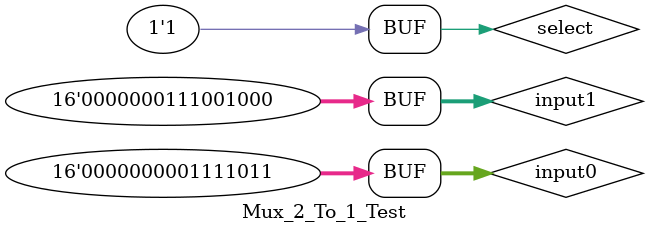
<source format=v>
`timescale 1ns / 1ps


module Mux_2_To_1_Test;

	// Inputs
	reg [15:0] input1;
	reg [15:0] input0;
	reg select;

	// Outputs
	wire [15:0] out;

	// Instantiate the Unit Under Test (UUT)
	Mux_2_To_1 uut (
		.input1(input1), 
		.input0(input0), 
		.select(select), 
		.out(out)
	);

	initial begin
		input0 = 123;
		input1 = 456;
		select = 0;
		#100;
		
		select = 1;
		
	end
      
endmodule


</source>
